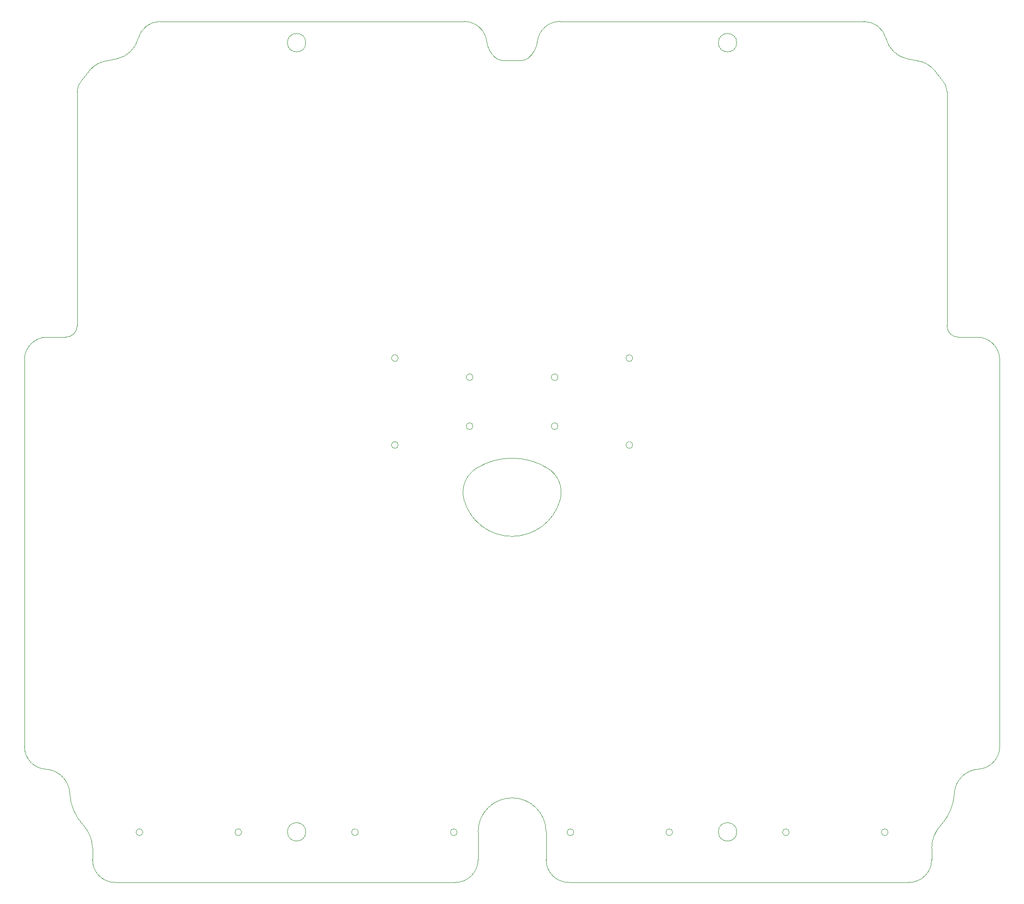
<source format=gko>
G04*
G04 #@! TF.GenerationSoftware,Altium Limited,Altium Designer,22.1.2 (22)*
G04*
G04 Layer_Color=16711935*
%FSLAX44Y44*%
%MOMM*%
G71*
G04*
G04 #@! TF.SameCoordinates,E984ECC1-2850-43E0-9178-450474204A0E*
G04*
G04*
G04 #@! TF.FilePolarity,Positive*
G04*
G01*
G75*
%ADD103C,0.0200*%
D103*
X-837Y1328504D02*
G03*
X7906Y1339335I-42000J42849D01*
G01*
X55645Y1364517D02*
G03*
X59776Y1365144I-3482J36836D01*
G01*
X556355Y683606D02*
G03*
X556355Y683606I-6000J0D01*
G01*
X838163Y803327D02*
G03*
X838163Y803327I-6000J0D01*
G01*
X1454550Y1365144D02*
G03*
X1458681Y1364517I7613J36208D01*
G01*
X-837Y1328504D02*
G03*
X-9837Y1307080I21000J-21424D01*
G01*
X556355Y837087D02*
G03*
X556355Y837087I-6000J0D01*
G01*
X838163Y716847D02*
G03*
X838163Y716847I-6000J0D01*
G01*
X1524163Y1307080D02*
G03*
X1515163Y1328504I-30000J0D01*
G01*
X106000Y-0D02*
G03*
X106000Y-0I-6000J0D01*
G01*
X1040327D02*
G03*
X1040327Y-0I-6000J0D01*
G01*
X1246000D02*
G03*
X1246000Y-0I-6000J0D01*
G01*
X55646Y1364517D02*
G03*
X34904Y1360258I9223J-97565D01*
G01*
X688163Y803327D02*
G03*
X688163Y803327I-6000J0D01*
G01*
X969971Y683606D02*
G03*
X969971Y683606I-6000J0D01*
G01*
X1506420Y1339335D02*
G03*
X1515163Y1328504I50743J32018D01*
G01*
X34904Y1360258D02*
G03*
X7906Y1339335I15288J-47605D01*
G01*
X136573Y1431353D02*
G03*
X97869Y1401451I0J-40000D01*
G01*
X393413Y1393853D02*
G03*
X393413Y1393853I-16250J0D01*
G01*
X694466Y642665D02*
G03*
X672467Y586461I26124J-42633D01*
G01*
X688163Y716847D02*
G03*
X688163Y716847I-6000J0D01*
G01*
X712476Y1396059D02*
G03*
X672754Y1431353I-39722J-4706D01*
G01*
X773404Y1362347D02*
G03*
X786397Y1367142I0J20000D01*
G01*
X841860Y586461D02*
G03*
X819861Y642665I-48123J13571D01*
G01*
X969971Y837087D02*
G03*
X969971Y837087I-6000J0D01*
G01*
X1513240Y12227D02*
G03*
X1537227Y68748I-65885J61312D01*
G01*
X1506420Y1339335D02*
G03*
X1479423Y1360258I-42286J-26682D01*
G01*
X1579516Y111275D02*
G03*
X1617163Y151205I-2353J39931D01*
G01*
Y833992D02*
G03*
X1577163Y873992I-40000J0D01*
G01*
X-22901Y68748D02*
G03*
X-65190Y111275I-44936J-2395D01*
G01*
X-29837Y873992D02*
G03*
X-9837Y893992I0J20000D01*
G01*
X17163Y-28647D02*
G03*
X1087Y12227I-60000J0D01*
G01*
X17163Y-48647D02*
G03*
X57163Y-88647I40000J0D01*
G01*
X280327Y-0D02*
G03*
X280327Y-0I-6000J0D01*
G01*
X393413Y606D02*
G03*
X393413Y606I-16250J0D01*
G01*
X657163Y-88647D02*
G03*
X697163Y-48647I0J40000D01*
G01*
X712476Y1396059D02*
G03*
X727929Y1367142I44688J5294D01*
G01*
X786397D02*
G03*
X801851Y1396059I-29234J34211D01*
G01*
X866000Y-0D02*
G03*
X866000Y-0I-6000J0D01*
G01*
X817163Y-48647D02*
G03*
X857163Y-88647I40000J0D01*
G01*
X1420327Y-0D02*
G03*
X1420327Y-0I-6000J0D01*
G01*
X1416458Y1401451D02*
G03*
X1454550Y1365144I48380J12623D01*
G01*
X1513240Y12227D02*
G03*
X1497163Y-28647I43923J-40875D01*
G01*
X1479423Y1360258D02*
G03*
X1458681Y1364517I-29965J-93307D01*
G01*
X-102837Y151205D02*
G03*
X-65190Y111275I40000J0D01*
G01*
X-62837Y873992D02*
G03*
X-102837Y833992I0J-40000D01*
G01*
X-22901Y68748D02*
G03*
X1087Y12227I89872J4791D01*
G01*
X817163Y606D02*
G03*
X697163Y606I-60000J0D01*
G01*
X727929Y1367142D02*
G03*
X740922Y1362347I12993J15205D01*
G01*
X841573Y1431353D02*
G03*
X801851Y1396059I0J-40000D01*
G01*
X1153413Y1393853D02*
G03*
X1153413Y1393853I-16250J0D01*
G01*
X1416458Y1401451D02*
G03*
X1377754Y1431353I-38704J-10099D01*
G01*
X59776Y1365144D02*
G03*
X97869Y1401451I-10288J48930D01*
G01*
X486000Y-0D02*
G03*
X486000Y-0I-6000J0D01*
G01*
X660327D02*
G03*
X660327Y-0I-6000J0D01*
G01*
X819861Y642665D02*
G03*
X694466Y642665I-62697J-102318D01*
G01*
X1153413Y606D02*
G03*
X1153413Y606I-16250J0D01*
G01*
X1457163Y-88647D02*
G03*
X1497163Y-48647I0J40000D01*
G01*
X1579516Y111275D02*
G03*
X1537227Y68748I2647J-44922D01*
G01*
X1524163Y893992D02*
G03*
X1544163Y873992I20000J0D01*
G01*
X672467Y586461D02*
G03*
X841860Y586461I84696J23886D01*
G01*
X17163Y-48647D02*
Y-28647D01*
X1497163Y-48647D02*
Y-28647D01*
X697163Y-48647D02*
Y606D01*
X817163Y-48647D02*
Y606D01*
X-102837Y151205D02*
Y833992D01*
X-9837Y893992D02*
Y1307080D01*
X1524163Y893992D02*
Y1307080D01*
X1617163Y151205D02*
Y833992D01*
X-62837Y873992D02*
X-29837D01*
X740922Y1362347D02*
X773404D01*
X1544163Y873992D02*
X1577163D01*
X136573Y1431353D02*
X672754D01*
X841573D02*
X1377754D01*
X57163Y-88647D02*
X657163D01*
X857163D02*
X1457163D01*
M02*

</source>
